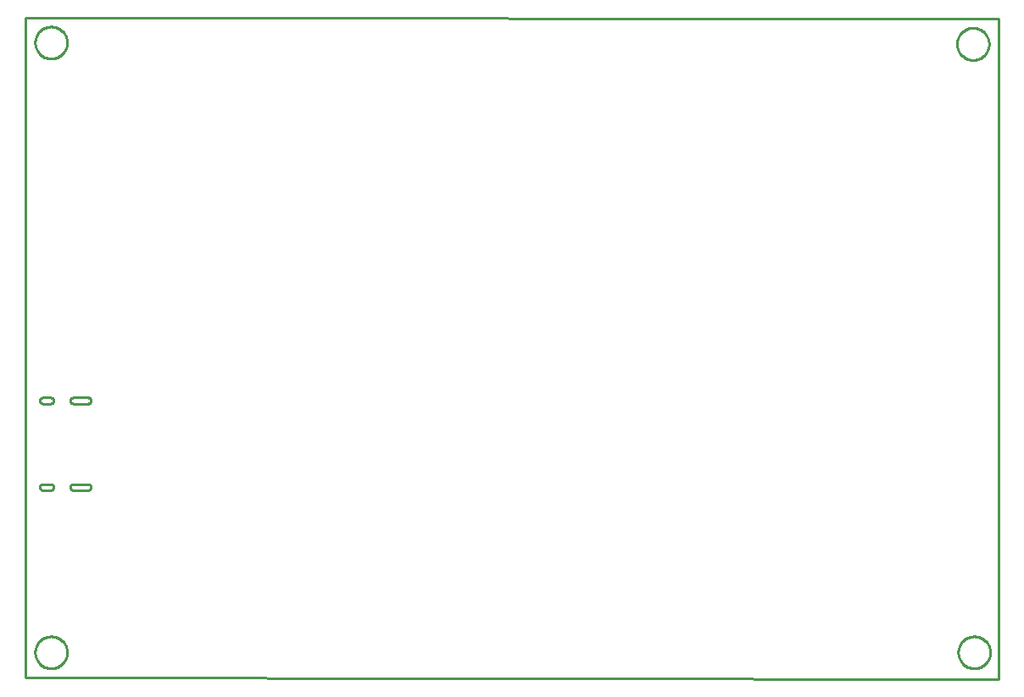
<source format=gbr>
G04 EAGLE Gerber RS-274X export*
G75*
%MOMM*%
%FSLAX34Y34*%
%LPD*%
%IN*%
%IPPOS*%
%AMOC8*
5,1,8,0,0,1.08239X$1,22.5*%
G01*
%ADD10C,0.254000*%


D10*
X0Y165100D02*
X972060Y163830D01*
X972060Y824130D01*
X0Y825400D01*
X0Y165100D01*
X14034Y442284D02*
X14045Y442023D01*
X14080Y441763D01*
X14136Y441508D01*
X14215Y441258D01*
X14315Y441016D01*
X14436Y440784D01*
X14577Y440563D01*
X14736Y440356D01*
X14913Y440163D01*
X15106Y439986D01*
X15313Y439827D01*
X15534Y439686D01*
X15766Y439565D01*
X16008Y439465D01*
X16258Y439386D01*
X16513Y439330D01*
X16773Y439295D01*
X17034Y439284D01*
X25034Y439284D01*
X25295Y439295D01*
X25555Y439330D01*
X25810Y439386D01*
X26060Y439465D01*
X26302Y439565D01*
X26534Y439686D01*
X26755Y439827D01*
X26962Y439986D01*
X27155Y440163D01*
X27332Y440356D01*
X27491Y440563D01*
X27632Y440784D01*
X27753Y441016D01*
X27853Y441258D01*
X27932Y441508D01*
X27988Y441763D01*
X28023Y442023D01*
X28034Y442284D01*
X28023Y442545D01*
X27988Y442805D01*
X27932Y443060D01*
X27853Y443310D01*
X27753Y443552D01*
X27632Y443784D01*
X27491Y444005D01*
X27332Y444212D01*
X27155Y444405D01*
X26962Y444582D01*
X26755Y444741D01*
X26534Y444882D01*
X26302Y445003D01*
X26060Y445103D01*
X25810Y445182D01*
X25555Y445238D01*
X25295Y445273D01*
X25034Y445284D01*
X17034Y445284D01*
X16773Y445273D01*
X16513Y445238D01*
X16258Y445182D01*
X16008Y445103D01*
X15766Y445003D01*
X15534Y444882D01*
X15313Y444741D01*
X15106Y444582D01*
X14913Y444405D01*
X14736Y444212D01*
X14577Y444005D01*
X14436Y443784D01*
X14315Y443552D01*
X14215Y443310D01*
X14136Y443060D01*
X14080Y442805D01*
X14045Y442545D01*
X14034Y442284D01*
X14034Y355784D02*
X14045Y355523D01*
X14080Y355263D01*
X14136Y355008D01*
X14215Y354758D01*
X14315Y354516D01*
X14436Y354284D01*
X14577Y354063D01*
X14736Y353856D01*
X14913Y353663D01*
X15106Y353486D01*
X15313Y353327D01*
X15534Y353186D01*
X15766Y353065D01*
X16008Y352965D01*
X16258Y352886D01*
X16513Y352830D01*
X16773Y352795D01*
X17034Y352784D01*
X25034Y352784D01*
X25295Y352795D01*
X25555Y352830D01*
X25810Y352886D01*
X26060Y352965D01*
X26302Y353065D01*
X26534Y353186D01*
X26755Y353327D01*
X26962Y353486D01*
X27155Y353663D01*
X27332Y353856D01*
X27491Y354063D01*
X27632Y354284D01*
X27753Y354516D01*
X27853Y354758D01*
X27932Y355008D01*
X27988Y355263D01*
X28023Y355523D01*
X28034Y355784D01*
X28023Y356045D01*
X27988Y356305D01*
X27932Y356560D01*
X27853Y356810D01*
X27753Y357052D01*
X27632Y357284D01*
X27491Y357505D01*
X27332Y357712D01*
X27155Y357905D01*
X26962Y358082D01*
X26755Y358241D01*
X26534Y358382D01*
X26302Y358503D01*
X26060Y358603D01*
X25810Y358682D01*
X25555Y358738D01*
X25295Y358773D01*
X25034Y358784D01*
X17034Y358784D01*
X16773Y358773D01*
X16513Y358738D01*
X16258Y358682D01*
X16008Y358603D01*
X15766Y358503D01*
X15534Y358382D01*
X15313Y358241D01*
X15106Y358082D01*
X14913Y357905D01*
X14736Y357712D01*
X14577Y357505D01*
X14436Y357284D01*
X14315Y357052D01*
X14215Y356810D01*
X14136Y356560D01*
X14080Y356305D01*
X14045Y356045D01*
X14034Y355784D01*
X44334Y442284D02*
X44345Y442023D01*
X44380Y441763D01*
X44436Y441508D01*
X44515Y441258D01*
X44615Y441016D01*
X44736Y440784D01*
X44877Y440563D01*
X45036Y440356D01*
X45213Y440163D01*
X45406Y439986D01*
X45613Y439827D01*
X45834Y439686D01*
X46066Y439565D01*
X46308Y439465D01*
X46558Y439386D01*
X46813Y439330D01*
X47073Y439295D01*
X47334Y439284D01*
X62334Y439284D01*
X62595Y439295D01*
X62855Y439330D01*
X63110Y439386D01*
X63360Y439465D01*
X63602Y439565D01*
X63834Y439686D01*
X64055Y439827D01*
X64262Y439986D01*
X64455Y440163D01*
X64632Y440356D01*
X64791Y440563D01*
X64932Y440784D01*
X65053Y441016D01*
X65153Y441258D01*
X65232Y441508D01*
X65288Y441763D01*
X65323Y442023D01*
X65334Y442284D01*
X65323Y442545D01*
X65288Y442805D01*
X65232Y443060D01*
X65153Y443310D01*
X65053Y443552D01*
X64932Y443784D01*
X64791Y444005D01*
X64632Y444212D01*
X64455Y444405D01*
X64262Y444582D01*
X64055Y444741D01*
X63834Y444882D01*
X63602Y445003D01*
X63360Y445103D01*
X63110Y445182D01*
X62855Y445238D01*
X62595Y445273D01*
X62334Y445284D01*
X47334Y445284D01*
X47073Y445273D01*
X46813Y445238D01*
X46558Y445182D01*
X46308Y445103D01*
X46066Y445003D01*
X45834Y444882D01*
X45613Y444741D01*
X45406Y444582D01*
X45213Y444405D01*
X45036Y444212D01*
X44877Y444005D01*
X44736Y443784D01*
X44615Y443552D01*
X44515Y443310D01*
X44436Y443060D01*
X44380Y442805D01*
X44345Y442545D01*
X44334Y442284D01*
X44334Y355784D02*
X44345Y355523D01*
X44380Y355263D01*
X44436Y355008D01*
X44515Y354758D01*
X44615Y354516D01*
X44736Y354284D01*
X44877Y354063D01*
X45036Y353856D01*
X45213Y353663D01*
X45406Y353486D01*
X45613Y353327D01*
X45834Y353186D01*
X46066Y353065D01*
X46308Y352965D01*
X46558Y352886D01*
X46813Y352830D01*
X47073Y352795D01*
X47334Y352784D01*
X62334Y352784D01*
X62595Y352795D01*
X62855Y352830D01*
X63110Y352886D01*
X63360Y352965D01*
X63602Y353065D01*
X63834Y353186D01*
X64055Y353327D01*
X64262Y353486D01*
X64455Y353663D01*
X64632Y353856D01*
X64791Y354063D01*
X64932Y354284D01*
X65053Y354516D01*
X65153Y354758D01*
X65232Y355008D01*
X65288Y355263D01*
X65323Y355523D01*
X65334Y355784D01*
X65323Y356045D01*
X65288Y356305D01*
X65232Y356560D01*
X65153Y356810D01*
X65053Y357052D01*
X64932Y357284D01*
X64791Y357505D01*
X64632Y357712D01*
X64455Y357905D01*
X64262Y358082D01*
X64055Y358241D01*
X63834Y358382D01*
X63602Y358503D01*
X63360Y358603D01*
X63110Y358682D01*
X62855Y358738D01*
X62595Y358773D01*
X62334Y358784D01*
X47334Y358784D01*
X47073Y358773D01*
X46813Y358738D01*
X46558Y358682D01*
X46308Y358603D01*
X46066Y358503D01*
X45834Y358382D01*
X45613Y358241D01*
X45406Y358082D01*
X45213Y357905D01*
X45036Y357712D01*
X44877Y357505D01*
X44736Y357284D01*
X44615Y357052D01*
X44515Y356810D01*
X44436Y356560D01*
X44380Y356305D01*
X44345Y356045D01*
X44334Y355784D01*
X41400Y799576D02*
X41332Y798531D01*
X41195Y797492D01*
X40990Y796465D01*
X40719Y795453D01*
X40383Y794461D01*
X39982Y793493D01*
X39518Y792554D01*
X38995Y791646D01*
X38413Y790775D01*
X37775Y789944D01*
X37084Y789157D01*
X36343Y788416D01*
X35556Y787725D01*
X34725Y787088D01*
X33854Y786506D01*
X32946Y785982D01*
X32007Y785518D01*
X31039Y785117D01*
X30047Y784781D01*
X29035Y784510D01*
X28008Y784305D01*
X26969Y784169D01*
X25924Y784100D01*
X24876Y784100D01*
X23831Y784169D01*
X22792Y784305D01*
X21765Y784510D01*
X20753Y784781D01*
X19761Y785117D01*
X18793Y785518D01*
X17854Y785982D01*
X16946Y786506D01*
X16075Y787088D01*
X15244Y787725D01*
X14457Y788416D01*
X13716Y789157D01*
X13025Y789944D01*
X12388Y790775D01*
X11806Y791646D01*
X11282Y792554D01*
X10818Y793493D01*
X10417Y794461D01*
X10081Y795453D01*
X9810Y796465D01*
X9605Y797492D01*
X9469Y798531D01*
X9400Y799576D01*
X9400Y800624D01*
X9469Y801669D01*
X9605Y802708D01*
X9810Y803735D01*
X10081Y804747D01*
X10417Y805739D01*
X10818Y806707D01*
X11282Y807646D01*
X11806Y808554D01*
X12388Y809425D01*
X13025Y810256D01*
X13716Y811043D01*
X14457Y811784D01*
X15244Y812475D01*
X16075Y813113D01*
X16946Y813695D01*
X17854Y814218D01*
X18793Y814682D01*
X19761Y815083D01*
X20753Y815419D01*
X21765Y815690D01*
X22792Y815895D01*
X23831Y816032D01*
X24876Y816100D01*
X25924Y816100D01*
X26969Y816032D01*
X28008Y815895D01*
X29035Y815690D01*
X30047Y815419D01*
X31039Y815083D01*
X32007Y814682D01*
X32946Y814218D01*
X33854Y813695D01*
X34725Y813113D01*
X35556Y812475D01*
X36343Y811784D01*
X37084Y811043D01*
X37775Y810256D01*
X38413Y809425D01*
X38995Y808554D01*
X39518Y807646D01*
X39982Y806707D01*
X40383Y805739D01*
X40719Y804747D01*
X40990Y803735D01*
X41195Y802708D01*
X41332Y801669D01*
X41400Y800624D01*
X41400Y799576D01*
X962150Y798306D02*
X962082Y797261D01*
X961945Y796222D01*
X961740Y795195D01*
X961469Y794183D01*
X961133Y793191D01*
X960732Y792223D01*
X960268Y791284D01*
X959745Y790376D01*
X959163Y789505D01*
X958525Y788674D01*
X957834Y787887D01*
X957093Y787146D01*
X956306Y786455D01*
X955475Y785818D01*
X954604Y785236D01*
X953696Y784712D01*
X952757Y784248D01*
X951789Y783847D01*
X950797Y783511D01*
X949785Y783240D01*
X948758Y783035D01*
X947719Y782899D01*
X946674Y782830D01*
X945626Y782830D01*
X944581Y782899D01*
X943542Y783035D01*
X942515Y783240D01*
X941503Y783511D01*
X940511Y783847D01*
X939543Y784248D01*
X938604Y784712D01*
X937696Y785236D01*
X936825Y785818D01*
X935994Y786455D01*
X935207Y787146D01*
X934466Y787887D01*
X933775Y788674D01*
X933138Y789505D01*
X932556Y790376D01*
X932032Y791284D01*
X931568Y792223D01*
X931167Y793191D01*
X930831Y794183D01*
X930560Y795195D01*
X930355Y796222D01*
X930219Y797261D01*
X930150Y798306D01*
X930150Y799354D01*
X930219Y800399D01*
X930355Y801438D01*
X930560Y802465D01*
X930831Y803477D01*
X931167Y804469D01*
X931568Y805437D01*
X932032Y806376D01*
X932556Y807284D01*
X933138Y808155D01*
X933775Y808986D01*
X934466Y809773D01*
X935207Y810514D01*
X935994Y811205D01*
X936825Y811843D01*
X937696Y812425D01*
X938604Y812948D01*
X939543Y813412D01*
X940511Y813813D01*
X941503Y814149D01*
X942515Y814420D01*
X943542Y814625D01*
X944581Y814762D01*
X945626Y814830D01*
X946674Y814830D01*
X947719Y814762D01*
X948758Y814625D01*
X949785Y814420D01*
X950797Y814149D01*
X951789Y813813D01*
X952757Y813412D01*
X953696Y812948D01*
X954604Y812425D01*
X955475Y811843D01*
X956306Y811205D01*
X957093Y810514D01*
X957834Y809773D01*
X958525Y808986D01*
X959163Y808155D01*
X959745Y807284D01*
X960268Y806376D01*
X960732Y805437D01*
X961133Y804469D01*
X961469Y803477D01*
X961740Y802465D01*
X961945Y801438D01*
X962082Y800399D01*
X962150Y799354D01*
X962150Y798306D01*
X41400Y189976D02*
X41332Y188931D01*
X41195Y187892D01*
X40990Y186865D01*
X40719Y185853D01*
X40383Y184861D01*
X39982Y183893D01*
X39518Y182954D01*
X38995Y182046D01*
X38413Y181175D01*
X37775Y180344D01*
X37084Y179557D01*
X36343Y178816D01*
X35556Y178125D01*
X34725Y177488D01*
X33854Y176906D01*
X32946Y176382D01*
X32007Y175918D01*
X31039Y175517D01*
X30047Y175181D01*
X29035Y174910D01*
X28008Y174705D01*
X26969Y174569D01*
X25924Y174500D01*
X24876Y174500D01*
X23831Y174569D01*
X22792Y174705D01*
X21765Y174910D01*
X20753Y175181D01*
X19761Y175517D01*
X18793Y175918D01*
X17854Y176382D01*
X16946Y176906D01*
X16075Y177488D01*
X15244Y178125D01*
X14457Y178816D01*
X13716Y179557D01*
X13025Y180344D01*
X12388Y181175D01*
X11806Y182046D01*
X11282Y182954D01*
X10818Y183893D01*
X10417Y184861D01*
X10081Y185853D01*
X9810Y186865D01*
X9605Y187892D01*
X9469Y188931D01*
X9400Y189976D01*
X9400Y191024D01*
X9469Y192069D01*
X9605Y193108D01*
X9810Y194135D01*
X10081Y195147D01*
X10417Y196139D01*
X10818Y197107D01*
X11282Y198046D01*
X11806Y198954D01*
X12388Y199825D01*
X13025Y200656D01*
X13716Y201443D01*
X14457Y202184D01*
X15244Y202875D01*
X16075Y203513D01*
X16946Y204095D01*
X17854Y204618D01*
X18793Y205082D01*
X19761Y205483D01*
X20753Y205819D01*
X21765Y206090D01*
X22792Y206295D01*
X23831Y206432D01*
X24876Y206500D01*
X25924Y206500D01*
X26969Y206432D01*
X28008Y206295D01*
X29035Y206090D01*
X30047Y205819D01*
X31039Y205483D01*
X32007Y205082D01*
X32946Y204618D01*
X33854Y204095D01*
X34725Y203513D01*
X35556Y202875D01*
X36343Y202184D01*
X37084Y201443D01*
X37775Y200656D01*
X38413Y199825D01*
X38995Y198954D01*
X39518Y198046D01*
X39982Y197107D01*
X40383Y196139D01*
X40719Y195147D01*
X40990Y194135D01*
X41195Y193108D01*
X41332Y192069D01*
X41400Y191024D01*
X41400Y189976D01*
X963420Y189976D02*
X963352Y188931D01*
X963215Y187892D01*
X963010Y186865D01*
X962739Y185853D01*
X962403Y184861D01*
X962002Y183893D01*
X961538Y182954D01*
X961015Y182046D01*
X960433Y181175D01*
X959795Y180344D01*
X959104Y179557D01*
X958363Y178816D01*
X957576Y178125D01*
X956745Y177488D01*
X955874Y176906D01*
X954966Y176382D01*
X954027Y175918D01*
X953059Y175517D01*
X952067Y175181D01*
X951055Y174910D01*
X950028Y174705D01*
X948989Y174569D01*
X947944Y174500D01*
X946896Y174500D01*
X945851Y174569D01*
X944812Y174705D01*
X943785Y174910D01*
X942773Y175181D01*
X941781Y175517D01*
X940813Y175918D01*
X939874Y176382D01*
X938966Y176906D01*
X938095Y177488D01*
X937264Y178125D01*
X936477Y178816D01*
X935736Y179557D01*
X935045Y180344D01*
X934408Y181175D01*
X933826Y182046D01*
X933302Y182954D01*
X932838Y183893D01*
X932437Y184861D01*
X932101Y185853D01*
X931830Y186865D01*
X931625Y187892D01*
X931489Y188931D01*
X931420Y189976D01*
X931420Y191024D01*
X931489Y192069D01*
X931625Y193108D01*
X931830Y194135D01*
X932101Y195147D01*
X932437Y196139D01*
X932838Y197107D01*
X933302Y198046D01*
X933826Y198954D01*
X934408Y199825D01*
X935045Y200656D01*
X935736Y201443D01*
X936477Y202184D01*
X937264Y202875D01*
X938095Y203513D01*
X938966Y204095D01*
X939874Y204618D01*
X940813Y205082D01*
X941781Y205483D01*
X942773Y205819D01*
X943785Y206090D01*
X944812Y206295D01*
X945851Y206432D01*
X946896Y206500D01*
X947944Y206500D01*
X948989Y206432D01*
X950028Y206295D01*
X951055Y206090D01*
X952067Y205819D01*
X953059Y205483D01*
X954027Y205082D01*
X954966Y204618D01*
X955874Y204095D01*
X956745Y203513D01*
X957576Y202875D01*
X958363Y202184D01*
X959104Y201443D01*
X959795Y200656D01*
X960433Y199825D01*
X961015Y198954D01*
X961538Y198046D01*
X962002Y197107D01*
X962403Y196139D01*
X962739Y195147D01*
X963010Y194135D01*
X963215Y193108D01*
X963352Y192069D01*
X963420Y191024D01*
X963420Y189976D01*
M02*

</source>
